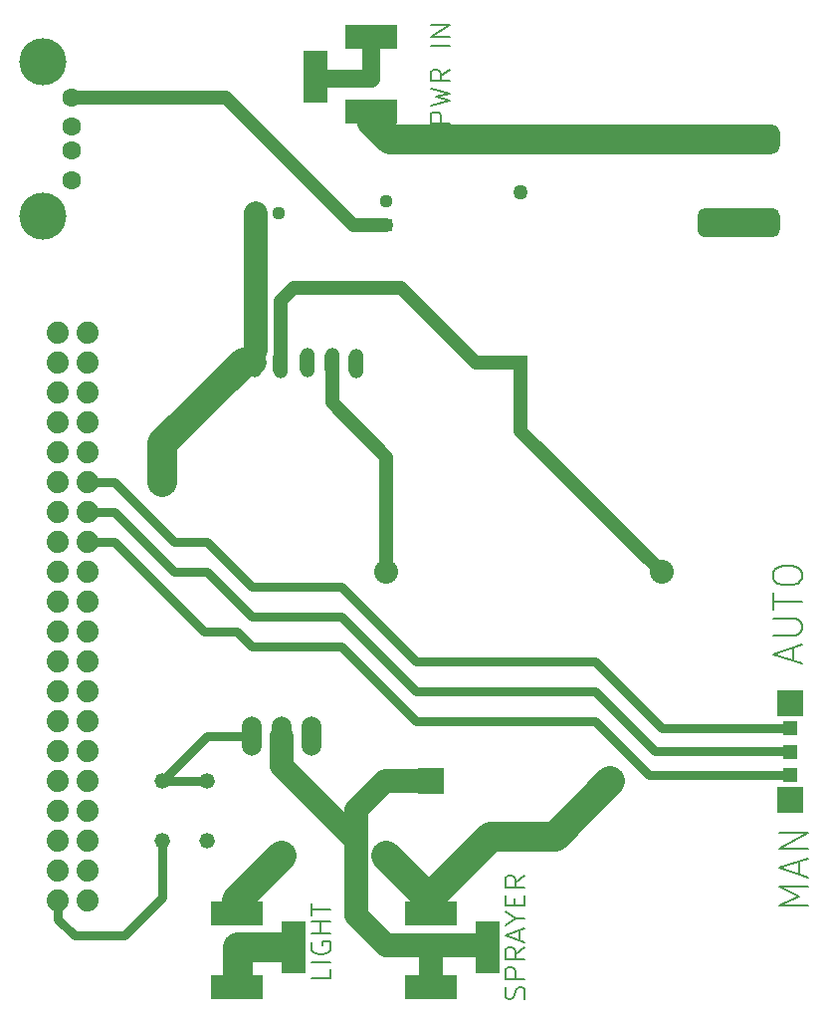
<source format=gtl>
G04 #@! TF.GenerationSoftware,KiCad,Pcbnew,(5.1.10)-1*
G04 #@! TF.CreationDate,2021-12-02T21:28:18-06:00*
G04 #@! TF.ProjectId,Kitty_Cannon_Schematic,4b697474-795f-4436-916e-6e6f6e5f5363,rev?*
G04 #@! TF.SameCoordinates,Original*
G04 #@! TF.FileFunction,Copper,L1,Top*
G04 #@! TF.FilePolarity,Positive*
%FSLAX46Y46*%
G04 Gerber Fmt 4.6, Leading zero omitted, Abs format (unit mm)*
G04 Created by KiCad (PCBNEW (5.1.10)-1) date 2021-12-02 21:28:18*
%MOMM*%
%LPD*%
G01*
G04 APERTURE LIST*
G04 #@! TA.AperFunction,NonConductor*
%ADD10C,0.203200*%
G04 #@! TD*
G04 #@! TA.AperFunction,NonConductor*
%ADD11C,0.142240*%
G04 #@! TD*
G04 #@! TA.AperFunction,ComponentPad*
%ADD12R,4.500000X2.000000*%
G04 #@! TD*
G04 #@! TA.AperFunction,ComponentPad*
%ADD13R,2.000000X4.500000*%
G04 #@! TD*
G04 #@! TA.AperFunction,ComponentPad*
%ADD14R,2.250000X2.250000*%
G04 #@! TD*
G04 #@! TA.AperFunction,ComponentPad*
%ADD15C,2.250000*%
G04 #@! TD*
G04 #@! TA.AperFunction,ComponentPad*
%ADD16C,2.032000*%
G04 #@! TD*
G04 #@! TA.AperFunction,ComponentPad*
%ADD17C,1.120000*%
G04 #@! TD*
G04 #@! TA.AperFunction,ComponentPad*
%ADD18R,1.120000X1.120000*%
G04 #@! TD*
G04 #@! TA.AperFunction,ComponentPad*
%ADD19C,1.320800*%
G04 #@! TD*
G04 #@! TA.AperFunction,ComponentPad*
%ADD20O,1.676400X3.352800*%
G04 #@! TD*
G04 #@! TA.AperFunction,ComponentPad*
%ADD21R,1.308000X1.308000*%
G04 #@! TD*
G04 #@! TA.AperFunction,ComponentPad*
%ADD22C,4.000000*%
G04 #@! TD*
G04 #@! TA.AperFunction,ComponentPad*
%ADD23C,1.600000*%
G04 #@! TD*
G04 #@! TA.AperFunction,ComponentPad*
%ADD24C,1.270000*%
G04 #@! TD*
G04 #@! TA.AperFunction,ComponentPad*
%ADD25R,1.270000X1.270000*%
G04 #@! TD*
G04 #@! TA.AperFunction,ComponentPad*
%ADD26O,1.270000X2.540000*%
G04 #@! TD*
G04 #@! TA.AperFunction,ComponentPad*
%ADD27C,1.879600*%
G04 #@! TD*
G04 #@! TA.AperFunction,ViaPad*
%ADD28C,1.524000*%
G04 #@! TD*
G04 #@! TA.AperFunction,Conductor*
%ADD29C,1.524000*%
G04 #@! TD*
G04 #@! TA.AperFunction,Conductor*
%ADD30C,0.406400*%
G04 #@! TD*
G04 #@! TA.AperFunction,Conductor*
%ADD31C,0.250000*%
G04 #@! TD*
G04 #@! TA.AperFunction,Conductor*
%ADD32C,2.540000*%
G04 #@! TD*
G04 #@! TA.AperFunction,Conductor*
%ADD33C,0.762000*%
G04 #@! TD*
G04 #@! TA.AperFunction,Conductor*
%ADD34C,2.032000*%
G04 #@! TD*
G04 #@! TA.AperFunction,Conductor*
%ADD35C,0.152400*%
G04 #@! TD*
G04 #@! TA.AperFunction,Conductor*
%ADD36C,1.143000*%
G04 #@! TD*
G04 APERTURE END LIST*
D10*
X184322115Y-138434596D02*
X181909115Y-138434596D01*
X183632686Y-137630262D01*
X181909115Y-136825929D01*
X184322115Y-136825929D01*
X183632686Y-135791786D02*
X183632686Y-134642739D01*
X184322115Y-136021596D02*
X181909115Y-135217262D01*
X184322115Y-134412929D01*
X184322115Y-133608596D02*
X181909115Y-133608596D01*
X184322115Y-132229739D01*
X181909115Y-132229739D01*
X183132306Y-117622440D02*
X183132306Y-116473393D01*
X183821735Y-117852250D02*
X181408735Y-117047917D01*
X183821735Y-116243583D01*
X181408735Y-115439250D02*
X183362116Y-115439250D01*
X183591925Y-115324345D01*
X183706830Y-115209440D01*
X183821735Y-114979631D01*
X183821735Y-114520012D01*
X183706830Y-114290202D01*
X183591925Y-114175298D01*
X183362116Y-114060393D01*
X181408735Y-114060393D01*
X181408735Y-113256060D02*
X181408735Y-111877202D01*
X183821735Y-112566631D02*
X181408735Y-112566631D01*
X181408735Y-110613250D02*
X181408735Y-110153631D01*
X181523640Y-109923821D01*
X181753449Y-109694012D01*
X182213068Y-109579107D01*
X183017401Y-109579107D01*
X183477020Y-109694012D01*
X183706830Y-109923821D01*
X183821735Y-110153631D01*
X183821735Y-110613250D01*
X183706830Y-110843060D01*
X183477020Y-111072869D01*
X183017401Y-111187774D01*
X182213068Y-111187774D01*
X181753449Y-111072869D01*
X181523640Y-110843060D01*
X181408735Y-110613250D01*
D11*
X153919766Y-71953289D02*
X152230666Y-71953289D01*
X152230666Y-71309822D01*
X152311100Y-71148956D01*
X152391533Y-71068522D01*
X152552400Y-70988089D01*
X152793700Y-70988089D01*
X152954566Y-71068522D01*
X153035000Y-71148956D01*
X153115433Y-71309822D01*
X153115433Y-71953289D01*
X152230666Y-70425056D02*
X153919766Y-70022889D01*
X152713266Y-69701156D01*
X153919766Y-69379422D01*
X152230666Y-68977256D01*
X153919766Y-67368589D02*
X153115433Y-67931622D01*
X153919766Y-68333789D02*
X152230666Y-68333789D01*
X152230666Y-67690322D01*
X152311100Y-67529456D01*
X152391533Y-67449022D01*
X152552400Y-67368589D01*
X152793700Y-67368589D01*
X152954566Y-67449022D01*
X153035000Y-67529456D01*
X153115433Y-67690322D01*
X153115433Y-68333789D01*
X153919766Y-65357756D02*
X152230666Y-65357756D01*
X153919766Y-64553422D02*
X152230666Y-64553422D01*
X153919766Y-63588222D01*
X152230666Y-63588222D01*
X160189333Y-146354122D02*
X160269766Y-146112822D01*
X160269766Y-145710656D01*
X160189333Y-145549789D01*
X160108900Y-145469356D01*
X159948033Y-145388922D01*
X159787166Y-145388922D01*
X159626300Y-145469356D01*
X159545866Y-145549789D01*
X159465433Y-145710656D01*
X159385000Y-146032389D01*
X159304566Y-146193256D01*
X159224133Y-146273689D01*
X159063266Y-146354122D01*
X158902400Y-146354122D01*
X158741533Y-146273689D01*
X158661100Y-146193256D01*
X158580666Y-146032389D01*
X158580666Y-145630222D01*
X158661100Y-145388922D01*
X160269766Y-144665022D02*
X158580666Y-144665022D01*
X158580666Y-144021556D01*
X158661100Y-143860689D01*
X158741533Y-143780256D01*
X158902400Y-143699822D01*
X159143700Y-143699822D01*
X159304566Y-143780256D01*
X159385000Y-143860689D01*
X159465433Y-144021556D01*
X159465433Y-144665022D01*
X160269766Y-142010722D02*
X159465433Y-142573756D01*
X160269766Y-142975922D02*
X158580666Y-142975922D01*
X158580666Y-142332456D01*
X158661100Y-142171589D01*
X158741533Y-142091156D01*
X158902400Y-142010722D01*
X159143700Y-142010722D01*
X159304566Y-142091156D01*
X159385000Y-142171589D01*
X159465433Y-142332456D01*
X159465433Y-142975922D01*
X159787166Y-141367256D02*
X159787166Y-140562922D01*
X160269766Y-141528122D02*
X158580666Y-140965089D01*
X160269766Y-140402056D01*
X159465433Y-139517289D02*
X160269766Y-139517289D01*
X158580666Y-140080322D02*
X159465433Y-139517289D01*
X158580666Y-138954256D01*
X159385000Y-138391222D02*
X159385000Y-137828189D01*
X160269766Y-137586889D02*
X160269766Y-138391222D01*
X158580666Y-138391222D01*
X158580666Y-137586889D01*
X160269766Y-135897789D02*
X159465433Y-136460822D01*
X160269766Y-136862989D02*
X158580666Y-136862989D01*
X158580666Y-136219522D01*
X158661100Y-136058656D01*
X158741533Y-135978222D01*
X158902400Y-135897789D01*
X159143700Y-135897789D01*
X159304566Y-135978222D01*
X159385000Y-136058656D01*
X159465433Y-136219522D01*
X159465433Y-136862989D01*
X143759766Y-143826822D02*
X143759766Y-144631156D01*
X142070666Y-144631156D01*
X143759766Y-143263789D02*
X142070666Y-143263789D01*
X142151100Y-141574689D02*
X142070666Y-141735556D01*
X142070666Y-141976856D01*
X142151100Y-142218156D01*
X142311966Y-142379022D01*
X142472833Y-142459456D01*
X142794566Y-142539889D01*
X143035866Y-142539889D01*
X143357600Y-142459456D01*
X143518466Y-142379022D01*
X143679333Y-142218156D01*
X143759766Y-141976856D01*
X143759766Y-141815989D01*
X143679333Y-141574689D01*
X143598900Y-141494256D01*
X143035866Y-141494256D01*
X143035866Y-141815989D01*
X143759766Y-140770356D02*
X142070666Y-140770356D01*
X142875000Y-140770356D02*
X142875000Y-139805156D01*
X143759766Y-139805156D02*
X142070666Y-139805156D01*
X142070666Y-139242122D02*
X142070666Y-138276922D01*
X143759766Y-138759522D02*
X142070666Y-138759522D01*
D12*
X147231100Y-64613600D03*
D13*
X142431100Y-68013600D03*
D12*
X147231100Y-70913600D03*
X135801100Y-145393600D03*
D13*
X140601100Y-141993600D03*
D12*
X135801100Y-139093600D03*
X152311100Y-145393600D03*
D13*
X157111100Y-141993600D03*
D12*
X152311100Y-139093600D03*
D14*
X152311100Y-127863600D03*
D15*
X167551100Y-127863600D03*
D16*
X171894500Y-110083600D03*
X148501100Y-110083600D03*
D17*
X148501100Y-78603600D03*
D18*
X148501100Y-80603600D03*
D17*
X139341100Y-79603600D03*
D18*
X137341100Y-79603600D03*
D19*
X133261100Y-132943600D03*
X133261100Y-127863600D03*
X129451100Y-132943600D03*
X129451100Y-127863600D03*
D20*
X142151100Y-124053600D03*
X139611100Y-124053600D03*
X137071100Y-124053600D03*
D14*
X182846980Y-121246460D03*
X182846980Y-129446460D03*
D21*
X182846980Y-127346460D03*
X182846980Y-123346460D03*
X182846980Y-125346460D03*
D22*
X119291100Y-79823600D03*
X119291100Y-66683600D03*
D23*
X121691100Y-76753600D03*
X121691100Y-74253600D03*
X121691100Y-72253600D03*
X121691100Y-69753600D03*
D24*
X159931100Y-77774800D03*
D25*
X159931100Y-92303600D03*
D26*
X145917920Y-92339160D03*
X143865600Y-92313760D03*
X141745100Y-92303600D03*
X139512040Y-92344240D03*
X137320020Y-92293440D03*
D27*
X120561100Y-138023600D03*
X123101100Y-138023600D03*
X120561100Y-135483600D03*
X123101100Y-135483600D03*
X120561100Y-132943600D03*
X123101100Y-132943600D03*
X120561100Y-130403600D03*
X123101100Y-130403600D03*
X120561100Y-127863600D03*
X123101100Y-127863600D03*
X120561100Y-125323600D03*
X123101100Y-125323600D03*
X120561100Y-122783600D03*
X123101100Y-122783600D03*
X120561100Y-120243600D03*
X123101100Y-120243600D03*
X120561100Y-117703600D03*
X123101100Y-117703600D03*
X120561100Y-115163600D03*
X123101100Y-115163600D03*
X120561100Y-112623600D03*
X123101100Y-112623600D03*
X120561100Y-110083600D03*
X123101100Y-110083600D03*
X120561100Y-107543600D03*
X123101100Y-107543600D03*
X120561100Y-105003600D03*
X123101100Y-105003600D03*
X120561100Y-102463600D03*
X123101100Y-102463600D03*
X120561100Y-99923600D03*
X123101100Y-99923600D03*
X120561100Y-97383600D03*
X123101100Y-97383600D03*
X120561100Y-94843600D03*
X123101100Y-94843600D03*
X120561100Y-92303600D03*
X123101100Y-92303600D03*
X120561100Y-89763600D03*
X123101100Y-89763600D03*
G04 #@! TA.AperFunction,ComponentPad*
G36*
G01*
X175575240Y-72049320D02*
X181325240Y-72049320D01*
G75*
G02*
X181950240Y-72674320I0J-625000D01*
G01*
X181950240Y-73924320D01*
G75*
G02*
X181325240Y-74549320I-625000J0D01*
G01*
X175575240Y-74549320D01*
G75*
G02*
X174950240Y-73924320I0J625000D01*
G01*
X174950240Y-72674320D01*
G75*
G02*
X175575240Y-72049320I625000J0D01*
G01*
G37*
G04 #@! TD.AperFunction*
G04 #@! TA.AperFunction,ComponentPad*
G36*
G01*
X175575240Y-79149320D02*
X181325240Y-79149320D01*
G75*
G02*
X181950240Y-79774320I0J-625000D01*
G01*
X181950240Y-81024320D01*
G75*
G02*
X181325240Y-81649320I-625000J0D01*
G01*
X175575240Y-81649320D01*
G75*
G02*
X174950240Y-81024320I0J625000D01*
G01*
X174950240Y-79774320D01*
G75*
G02*
X175575240Y-79149320I625000J0D01*
G01*
G37*
G04 #@! TD.AperFunction*
D28*
X147231100Y-68173600D03*
X135826500Y-141970760D03*
X148501100Y-134213600D03*
X139611100Y-134213600D03*
X129451100Y-102463600D03*
D29*
X147231100Y-68173600D02*
X147231100Y-65263600D01*
X147231100Y-68173600D02*
X143191100Y-68173600D01*
D30*
X143031100Y-68013600D02*
X143191100Y-68173600D01*
D31*
X139775850Y-141970760D02*
X139798690Y-141993600D01*
D32*
X135826500Y-141970760D02*
X139775850Y-141970760D01*
D31*
X135826500Y-144565790D02*
X135801100Y-144591190D01*
D32*
X135826500Y-141970760D02*
X135826500Y-144565790D01*
D33*
X129451100Y-132943600D02*
X129451100Y-137708099D01*
X120561100Y-138023600D02*
X120561100Y-139611100D01*
X120561100Y-139611100D02*
X121920000Y-140970000D01*
X126189199Y-140970000D02*
X129451100Y-137708099D01*
X121920000Y-140970000D02*
X126189199Y-140970000D01*
X182824120Y-127323600D02*
X182846980Y-127346460D01*
X170821100Y-127323600D02*
X182824120Y-127323600D01*
X166281100Y-122783600D02*
X170821100Y-127323600D01*
X151041100Y-122783600D02*
X166281100Y-122783600D01*
X144691100Y-116433600D02*
X151041100Y-122783600D01*
X137071100Y-116433600D02*
X144691100Y-116433600D01*
X135801100Y-115163600D02*
X137071100Y-116433600D01*
X132943600Y-115163600D02*
X135801100Y-115163600D01*
X125323600Y-107543600D02*
X132943600Y-115163600D01*
X123101100Y-107543600D02*
X125323600Y-107543600D01*
X182824120Y-125323600D02*
X182846980Y-125346460D01*
X166281100Y-120243600D02*
X171361100Y-125323600D01*
X144691100Y-113893600D02*
X151041100Y-120243600D01*
X137071100Y-113893600D02*
X144691100Y-113893600D01*
X133261100Y-110083600D02*
X137071100Y-113893600D01*
X151041100Y-120243600D02*
X166281100Y-120243600D01*
X130403600Y-110083600D02*
X133261100Y-110083600D01*
X125323600Y-105003600D02*
X130403600Y-110083600D01*
X171361100Y-125323600D02*
X182824120Y-125323600D01*
X123101100Y-105003600D02*
X125323600Y-105003600D01*
X182824120Y-123323600D02*
X182846980Y-123346460D01*
X151041100Y-117703600D02*
X166281100Y-117703600D01*
X166281100Y-117703600D02*
X171901100Y-123323600D01*
X144691100Y-111353600D02*
X151041100Y-117703600D01*
X171901100Y-123323600D02*
X182824120Y-123323600D01*
X137071100Y-111353600D02*
X144691100Y-111353600D01*
X133261100Y-107543600D02*
X137071100Y-111353600D01*
X130403600Y-107543600D02*
X133261100Y-107543600D01*
X125323600Y-102463600D02*
X130403600Y-107543600D01*
X123101100Y-102463600D02*
X125323600Y-102463600D01*
D29*
X178442620Y-73291700D02*
X178450240Y-73299320D01*
D32*
X148806790Y-73291700D02*
X178442620Y-73291700D01*
X147231100Y-71716010D02*
X148806790Y-73291700D01*
D34*
X137341100Y-79603600D02*
X137341100Y-91303600D01*
D32*
X129451100Y-102463600D02*
X129451100Y-99923600D01*
X129451100Y-99923600D02*
X129451100Y-99169220D01*
D34*
X136326880Y-92293440D02*
X137320020Y-92293440D01*
D32*
X129451100Y-99169220D02*
X136326880Y-92293440D01*
D31*
X152311100Y-138023600D02*
X152311100Y-138291190D01*
X152313510Y-138291190D02*
X152311100Y-138291190D01*
D29*
X135801100Y-138023600D02*
X135801100Y-138291190D01*
D32*
X139611100Y-134213600D02*
X135801100Y-138023600D01*
X162840510Y-132574190D02*
X167551100Y-127863600D01*
X152311100Y-137654190D02*
X157391100Y-132574190D01*
X157391100Y-132574190D02*
X162840510Y-132574190D01*
D29*
X151941690Y-137654190D02*
X152311100Y-137654190D01*
D32*
X148501100Y-134213600D02*
X151941690Y-137654190D01*
D35*
X156511100Y-141993600D02*
X156351100Y-141833600D01*
D34*
X148501100Y-141833600D02*
X145961100Y-139293600D01*
X145961100Y-139293600D02*
X145961100Y-132943600D01*
X145961100Y-132943600D02*
X139611100Y-126593600D01*
X139611100Y-126593600D02*
X139611100Y-124053600D01*
X148501100Y-141833600D02*
X152267920Y-141833600D01*
D31*
X156201100Y-141833600D02*
X156308690Y-141941190D01*
D34*
X152267920Y-141833600D02*
X156201100Y-141833600D01*
D29*
X152267920Y-144591190D02*
X152311100Y-144591190D01*
D34*
X152267920Y-141833600D02*
X152267920Y-144591190D01*
X145961100Y-132943600D02*
X145961100Y-130268980D01*
X148366480Y-127863600D02*
X152311100Y-127863600D01*
X145961100Y-130268980D02*
X148366480Y-127863600D01*
D36*
X148501100Y-110083600D02*
X148501100Y-101193600D01*
X121691100Y-69753600D02*
X134841100Y-69753600D01*
X145691100Y-80603600D02*
X148501100Y-80603600D01*
X134841100Y-69753600D02*
X145691100Y-80603600D01*
X148501100Y-101193600D02*
X148501100Y-100296980D01*
X143865600Y-95661480D02*
X143865600Y-92313760D01*
X148501100Y-100296980D02*
X143865600Y-95661480D01*
D33*
X129451100Y-127863600D02*
X133261100Y-124053600D01*
X133261100Y-124053600D02*
X137071100Y-124053600D01*
X133261100Y-127863600D02*
X129451100Y-127863600D01*
D36*
X171894500Y-110083600D02*
X159931100Y-98120200D01*
X159931100Y-98120200D02*
X159931100Y-92303600D01*
X140881100Y-85953600D02*
X149771100Y-85953600D01*
X156121100Y-92303600D02*
X159931100Y-92303600D01*
X149771100Y-85953600D02*
X156121100Y-92303600D01*
X140881100Y-85953600D02*
X140553440Y-85953600D01*
X139512040Y-86995000D02*
X139512040Y-92344240D01*
X140553440Y-85953600D02*
X139512040Y-86995000D01*
M02*

</source>
